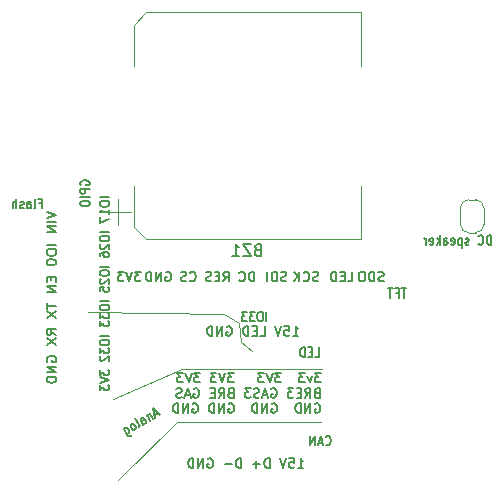
<source format=gbr>
G04 #@! TF.GenerationSoftware,KiCad,Pcbnew,(6.0.0)*
G04 #@! TF.CreationDate,2022-04-17T18:44:47+02:00*
G04 #@! TF.ProjectId,bobbycar,626f6262-7963-4617-922e-6b696361645f,rev?*
G04 #@! TF.SameCoordinates,Original*
G04 #@! TF.FileFunction,Legend,Bot*
G04 #@! TF.FilePolarity,Positive*
%FSLAX46Y46*%
G04 Gerber Fmt 4.6, Leading zero omitted, Abs format (unit mm)*
G04 Created by KiCad (PCBNEW (6.0.0)) date 2022-04-17 18:44:47*
%MOMM*%
%LPD*%
G01*
G04 APERTURE LIST*
%ADD10C,0.150000*%
%ADD11C,0.120000*%
G04 APERTURE END LIST*
D10*
X136666666Y-52761904D02*
X136666666Y-51961904D01*
X136500000Y-51961904D01*
X136400000Y-52000000D01*
X136333333Y-52076190D01*
X136300000Y-52152380D01*
X136266666Y-52304761D01*
X136266666Y-52419047D01*
X136300000Y-52571428D01*
X136333333Y-52647619D01*
X136400000Y-52723809D01*
X136500000Y-52761904D01*
X136666666Y-52761904D01*
X135566666Y-52685714D02*
X135600000Y-52723809D01*
X135700000Y-52761904D01*
X135766666Y-52761904D01*
X135866666Y-52723809D01*
X135933333Y-52647619D01*
X135966666Y-52571428D01*
X136000000Y-52419047D01*
X136000000Y-52304761D01*
X135966666Y-52152380D01*
X135933333Y-52076190D01*
X135866666Y-52000000D01*
X135766666Y-51961904D01*
X135700000Y-51961904D01*
X135600000Y-52000000D01*
X135566666Y-52038095D01*
X134766666Y-52723809D02*
X134700000Y-52761904D01*
X134566666Y-52761904D01*
X134500000Y-52723809D01*
X134466666Y-52647619D01*
X134466666Y-52609523D01*
X134500000Y-52533333D01*
X134566666Y-52495238D01*
X134666666Y-52495238D01*
X134733333Y-52457142D01*
X134766666Y-52380952D01*
X134766666Y-52342857D01*
X134733333Y-52266666D01*
X134666666Y-52228571D01*
X134566666Y-52228571D01*
X134500000Y-52266666D01*
X134166666Y-52228571D02*
X134166666Y-53028571D01*
X134166666Y-52266666D02*
X134100000Y-52228571D01*
X133966666Y-52228571D01*
X133900000Y-52266666D01*
X133866666Y-52304761D01*
X133833333Y-52380952D01*
X133833333Y-52609523D01*
X133866666Y-52685714D01*
X133900000Y-52723809D01*
X133966666Y-52761904D01*
X134100000Y-52761904D01*
X134166666Y-52723809D01*
X133266666Y-52723809D02*
X133333333Y-52761904D01*
X133466666Y-52761904D01*
X133533333Y-52723809D01*
X133566666Y-52647619D01*
X133566666Y-52342857D01*
X133533333Y-52266666D01*
X133466666Y-52228571D01*
X133333333Y-52228571D01*
X133266666Y-52266666D01*
X133233333Y-52342857D01*
X133233333Y-52419047D01*
X133566666Y-52495238D01*
X132633333Y-52761904D02*
X132633333Y-52342857D01*
X132666666Y-52266666D01*
X132733333Y-52228571D01*
X132866666Y-52228571D01*
X132933333Y-52266666D01*
X132633333Y-52723809D02*
X132700000Y-52761904D01*
X132866666Y-52761904D01*
X132933333Y-52723809D01*
X132966666Y-52647619D01*
X132966666Y-52571428D01*
X132933333Y-52495238D01*
X132866666Y-52457142D01*
X132700000Y-52457142D01*
X132633333Y-52419047D01*
X132300000Y-52761904D02*
X132300000Y-51961904D01*
X132233333Y-52457142D02*
X132033333Y-52761904D01*
X132033333Y-52228571D02*
X132300000Y-52533333D01*
X131466666Y-52723809D02*
X131533333Y-52761904D01*
X131666666Y-52761904D01*
X131733333Y-52723809D01*
X131766666Y-52647619D01*
X131766666Y-52342857D01*
X131733333Y-52266666D01*
X131666666Y-52228571D01*
X131533333Y-52228571D01*
X131466666Y-52266666D01*
X131433333Y-52342857D01*
X131433333Y-52419047D01*
X131766666Y-52495238D01*
X131133333Y-52761904D02*
X131133333Y-52228571D01*
X131133333Y-52380952D02*
X131100000Y-52304761D01*
X131066666Y-52266666D01*
X131000000Y-52228571D01*
X130933333Y-52228571D01*
D11*
X104675000Y-65825000D02*
X110450000Y-63250000D01*
X115500000Y-61000000D02*
X116400000Y-61800000D01*
X102500000Y-58500000D02*
X114000000Y-58600000D01*
X114000000Y-58600000D02*
X115300000Y-59400000D01*
X110100000Y-67800000D02*
X122250000Y-67800000D01*
X105050000Y-72650000D02*
X110100000Y-67800000D01*
X115300000Y-59400000D02*
X115500000Y-61000000D01*
X110450000Y-63250000D02*
X122300000Y-63250000D01*
D10*
X113995238Y-55861904D02*
X114261904Y-55480952D01*
X114452380Y-55861904D02*
X114452380Y-55061904D01*
X114147619Y-55061904D01*
X114071428Y-55100000D01*
X114033333Y-55138095D01*
X113995238Y-55214285D01*
X113995238Y-55328571D01*
X114033333Y-55404761D01*
X114071428Y-55442857D01*
X114147619Y-55480952D01*
X114452380Y-55480952D01*
X113652380Y-55442857D02*
X113385714Y-55442857D01*
X113271428Y-55861904D02*
X113652380Y-55861904D01*
X113652380Y-55061904D01*
X113271428Y-55061904D01*
X112966666Y-55823809D02*
X112852380Y-55861904D01*
X112661904Y-55861904D01*
X112585714Y-55823809D01*
X112547619Y-55785714D01*
X112509523Y-55709523D01*
X112509523Y-55633333D01*
X112547619Y-55557142D01*
X112585714Y-55519047D01*
X112661904Y-55480952D01*
X112814285Y-55442857D01*
X112890476Y-55404761D01*
X112928571Y-55366666D01*
X112966666Y-55290476D01*
X112966666Y-55214285D01*
X112928571Y-55138095D01*
X112890476Y-55100000D01*
X112814285Y-55061904D01*
X112623809Y-55061904D01*
X112509523Y-55100000D01*
X116609523Y-55861904D02*
X116609523Y-55061904D01*
X116419047Y-55061904D01*
X116304761Y-55100000D01*
X116228571Y-55176190D01*
X116190476Y-55252380D01*
X116152380Y-55404761D01*
X116152380Y-55519047D01*
X116190476Y-55671428D01*
X116228571Y-55747619D01*
X116304761Y-55823809D01*
X116419047Y-55861904D01*
X116609523Y-55861904D01*
X115352380Y-55785714D02*
X115390476Y-55823809D01*
X115504761Y-55861904D01*
X115580952Y-55861904D01*
X115695238Y-55823809D01*
X115771428Y-55747619D01*
X115809523Y-55671428D01*
X115847619Y-55519047D01*
X115847619Y-55404761D01*
X115809523Y-55252380D01*
X115771428Y-55176190D01*
X115695238Y-55100000D01*
X115580952Y-55061904D01*
X115504761Y-55061904D01*
X115390476Y-55100000D01*
X115352380Y-55138095D01*
X119319047Y-55823809D02*
X119204761Y-55861904D01*
X119014285Y-55861904D01*
X118938095Y-55823809D01*
X118900000Y-55785714D01*
X118861904Y-55709523D01*
X118861904Y-55633333D01*
X118900000Y-55557142D01*
X118938095Y-55519047D01*
X119014285Y-55480952D01*
X119166666Y-55442857D01*
X119242857Y-55404761D01*
X119280952Y-55366666D01*
X119319047Y-55290476D01*
X119319047Y-55214285D01*
X119280952Y-55138095D01*
X119242857Y-55100000D01*
X119166666Y-55061904D01*
X118976190Y-55061904D01*
X118861904Y-55100000D01*
X118519047Y-55861904D02*
X118519047Y-55061904D01*
X118328571Y-55061904D01*
X118214285Y-55100000D01*
X118138095Y-55176190D01*
X118100000Y-55252380D01*
X118061904Y-55404761D01*
X118061904Y-55519047D01*
X118100000Y-55671428D01*
X118138095Y-55747619D01*
X118214285Y-55823809D01*
X118328571Y-55861904D01*
X118519047Y-55861904D01*
X117719047Y-55861904D02*
X117719047Y-55061904D01*
X122028571Y-55823809D02*
X121914285Y-55861904D01*
X121723809Y-55861904D01*
X121647619Y-55823809D01*
X121609523Y-55785714D01*
X121571428Y-55709523D01*
X121571428Y-55633333D01*
X121609523Y-55557142D01*
X121647619Y-55519047D01*
X121723809Y-55480952D01*
X121876190Y-55442857D01*
X121952380Y-55404761D01*
X121990476Y-55366666D01*
X122028571Y-55290476D01*
X122028571Y-55214285D01*
X121990476Y-55138095D01*
X121952380Y-55100000D01*
X121876190Y-55061904D01*
X121685714Y-55061904D01*
X121571428Y-55100000D01*
X120771428Y-55785714D02*
X120809523Y-55823809D01*
X120923809Y-55861904D01*
X121000000Y-55861904D01*
X121114285Y-55823809D01*
X121190476Y-55747619D01*
X121228571Y-55671428D01*
X121266666Y-55519047D01*
X121266666Y-55404761D01*
X121228571Y-55252380D01*
X121190476Y-55176190D01*
X121114285Y-55100000D01*
X121000000Y-55061904D01*
X120923809Y-55061904D01*
X120809523Y-55100000D01*
X120771428Y-55138095D01*
X120428571Y-55861904D02*
X120428571Y-55061904D01*
X119971428Y-55861904D02*
X120314285Y-55404761D01*
X119971428Y-55061904D02*
X120428571Y-55519047D01*
X124514285Y-55861904D02*
X124895238Y-55861904D01*
X124895238Y-55061904D01*
X124247619Y-55442857D02*
X123980952Y-55442857D01*
X123866666Y-55861904D02*
X124247619Y-55861904D01*
X124247619Y-55061904D01*
X123866666Y-55061904D01*
X123523809Y-55861904D02*
X123523809Y-55061904D01*
X123333333Y-55061904D01*
X123219047Y-55100000D01*
X123142857Y-55176190D01*
X123104761Y-55252380D01*
X123066666Y-55404761D01*
X123066666Y-55519047D01*
X123104761Y-55671428D01*
X123142857Y-55747619D01*
X123219047Y-55823809D01*
X123333333Y-55861904D01*
X123523809Y-55861904D01*
X127547619Y-55823809D02*
X127433333Y-55861904D01*
X127242857Y-55861904D01*
X127166666Y-55823809D01*
X127128571Y-55785714D01*
X127090476Y-55709523D01*
X127090476Y-55633333D01*
X127128571Y-55557142D01*
X127166666Y-55519047D01*
X127242857Y-55480952D01*
X127395238Y-55442857D01*
X127471428Y-55404761D01*
X127509523Y-55366666D01*
X127547619Y-55290476D01*
X127547619Y-55214285D01*
X127509523Y-55138095D01*
X127471428Y-55100000D01*
X127395238Y-55061904D01*
X127204761Y-55061904D01*
X127090476Y-55100000D01*
X126747619Y-55861904D02*
X126747619Y-55061904D01*
X126557142Y-55061904D01*
X126442857Y-55100000D01*
X126366666Y-55176190D01*
X126328571Y-55252380D01*
X126290476Y-55404761D01*
X126290476Y-55519047D01*
X126328571Y-55671428D01*
X126366666Y-55747619D01*
X126442857Y-55823809D01*
X126557142Y-55861904D01*
X126747619Y-55861904D01*
X125795238Y-55061904D02*
X125642857Y-55061904D01*
X125566666Y-55100000D01*
X125490476Y-55176190D01*
X125452380Y-55328571D01*
X125452380Y-55595238D01*
X125490476Y-55747619D01*
X125566666Y-55823809D01*
X125642857Y-55861904D01*
X125795238Y-55861904D01*
X125871428Y-55823809D01*
X125947619Y-55747619D01*
X125985714Y-55595238D01*
X125985714Y-55328571D01*
X125947619Y-55176190D01*
X125871428Y-55100000D01*
X125795238Y-55061904D01*
X120295119Y-71661904D02*
X120752261Y-71661904D01*
X120523690Y-71661904D02*
X120523690Y-70861904D01*
X120599880Y-70976190D01*
X120676071Y-71052380D01*
X120752261Y-71090476D01*
X119571309Y-70861904D02*
X119952261Y-70861904D01*
X119990357Y-71242857D01*
X119952261Y-71204761D01*
X119876071Y-71166666D01*
X119685595Y-71166666D01*
X119609404Y-71204761D01*
X119571309Y-71242857D01*
X119533214Y-71319047D01*
X119533214Y-71509523D01*
X119571309Y-71585714D01*
X119609404Y-71623809D01*
X119685595Y-71661904D01*
X119876071Y-71661904D01*
X119952261Y-71623809D01*
X119990357Y-71585714D01*
X119304642Y-70861904D02*
X119037976Y-71661904D01*
X118771309Y-70861904D01*
X117895119Y-71661904D02*
X117895119Y-70861904D01*
X117704642Y-70861904D01*
X117590357Y-70900000D01*
X117514166Y-70976190D01*
X117476071Y-71052380D01*
X117437976Y-71204761D01*
X117437976Y-71319047D01*
X117476071Y-71471428D01*
X117514166Y-71547619D01*
X117590357Y-71623809D01*
X117704642Y-71661904D01*
X117895119Y-71661904D01*
X117095119Y-71357142D02*
X116485595Y-71357142D01*
X116790357Y-71661904D02*
X116790357Y-71052380D01*
X115495119Y-71661904D02*
X115495119Y-70861904D01*
X115304642Y-70861904D01*
X115190357Y-70900000D01*
X115114166Y-70976190D01*
X115076071Y-71052380D01*
X115037976Y-71204761D01*
X115037976Y-71319047D01*
X115076071Y-71471428D01*
X115114166Y-71547619D01*
X115190357Y-71623809D01*
X115304642Y-71661904D01*
X115495119Y-71661904D01*
X114695119Y-71357142D02*
X114085595Y-71357142D01*
X112676071Y-70900000D02*
X112752261Y-70861904D01*
X112866547Y-70861904D01*
X112980833Y-70900000D01*
X113057023Y-70976190D01*
X113095119Y-71052380D01*
X113133214Y-71204761D01*
X113133214Y-71319047D01*
X113095119Y-71471428D01*
X113057023Y-71547619D01*
X112980833Y-71623809D01*
X112866547Y-71661904D01*
X112790357Y-71661904D01*
X112676071Y-71623809D01*
X112637976Y-71585714D01*
X112637976Y-71319047D01*
X112790357Y-71319047D01*
X112295119Y-71661904D02*
X112295119Y-70861904D01*
X111837976Y-71661904D01*
X111837976Y-70861904D01*
X111457023Y-71661904D02*
X111457023Y-70861904D01*
X111266547Y-70861904D01*
X111152261Y-70900000D01*
X111076071Y-70976190D01*
X111037976Y-71052380D01*
X110999880Y-71204761D01*
X110999880Y-71319047D01*
X111037976Y-71471428D01*
X111076071Y-71547619D01*
X111152261Y-71623809D01*
X111266547Y-71661904D01*
X111457023Y-71661904D01*
X111133333Y-55785714D02*
X111171428Y-55823809D01*
X111285714Y-55861904D01*
X111361904Y-55861904D01*
X111476190Y-55823809D01*
X111552380Y-55747619D01*
X111590476Y-55671428D01*
X111628571Y-55519047D01*
X111628571Y-55404761D01*
X111590476Y-55252380D01*
X111552380Y-55176190D01*
X111476190Y-55100000D01*
X111361904Y-55061904D01*
X111285714Y-55061904D01*
X111171428Y-55100000D01*
X111133333Y-55138095D01*
X110828571Y-55823809D02*
X110714285Y-55861904D01*
X110523809Y-55861904D01*
X110447619Y-55823809D01*
X110409523Y-55785714D01*
X110371428Y-55709523D01*
X110371428Y-55633333D01*
X110409523Y-55557142D01*
X110447619Y-55519047D01*
X110523809Y-55480952D01*
X110676190Y-55442857D01*
X110752380Y-55404761D01*
X110790476Y-55366666D01*
X110828571Y-55290476D01*
X110828571Y-55214285D01*
X110790476Y-55138095D01*
X110752380Y-55100000D01*
X110676190Y-55061904D01*
X110485714Y-55061904D01*
X110371428Y-55100000D01*
X106990476Y-55061904D02*
X106495238Y-55061904D01*
X106761904Y-55366666D01*
X106647619Y-55366666D01*
X106571428Y-55404761D01*
X106533333Y-55442857D01*
X106495238Y-55519047D01*
X106495238Y-55709523D01*
X106533333Y-55785714D01*
X106571428Y-55823809D01*
X106647619Y-55861904D01*
X106876190Y-55861904D01*
X106952380Y-55823809D01*
X106990476Y-55785714D01*
X106266666Y-55061904D02*
X106000000Y-55861904D01*
X105733333Y-55061904D01*
X105542857Y-55061904D02*
X105047619Y-55061904D01*
X105314285Y-55366666D01*
X105200000Y-55366666D01*
X105123809Y-55404761D01*
X105085714Y-55442857D01*
X105047619Y-55519047D01*
X105047619Y-55709523D01*
X105085714Y-55785714D01*
X105123809Y-55823809D01*
X105200000Y-55861904D01*
X105428571Y-55861904D01*
X105504761Y-55823809D01*
X105542857Y-55785714D01*
X119876071Y-60461904D02*
X120333214Y-60461904D01*
X120104642Y-60461904D02*
X120104642Y-59661904D01*
X120180833Y-59776190D01*
X120257023Y-59852380D01*
X120333214Y-59890476D01*
X119152261Y-59661904D02*
X119533214Y-59661904D01*
X119571309Y-60042857D01*
X119533214Y-60004761D01*
X119457023Y-59966666D01*
X119266547Y-59966666D01*
X119190357Y-60004761D01*
X119152261Y-60042857D01*
X119114166Y-60119047D01*
X119114166Y-60309523D01*
X119152261Y-60385714D01*
X119190357Y-60423809D01*
X119266547Y-60461904D01*
X119457023Y-60461904D01*
X119533214Y-60423809D01*
X119571309Y-60385714D01*
X118885595Y-59661904D02*
X118618928Y-60461904D01*
X118352261Y-59661904D01*
X117095119Y-60461904D02*
X117476071Y-60461904D01*
X117476071Y-59661904D01*
X116828452Y-60042857D02*
X116561785Y-60042857D01*
X116447500Y-60461904D02*
X116828452Y-60461904D01*
X116828452Y-59661904D01*
X116447500Y-59661904D01*
X116104642Y-60461904D02*
X116104642Y-59661904D01*
X115914166Y-59661904D01*
X115799880Y-59700000D01*
X115723690Y-59776190D01*
X115685595Y-59852380D01*
X115647500Y-60004761D01*
X115647500Y-60119047D01*
X115685595Y-60271428D01*
X115723690Y-60347619D01*
X115799880Y-60423809D01*
X115914166Y-60461904D01*
X116104642Y-60461904D01*
X114276071Y-59700000D02*
X114352261Y-59661904D01*
X114466547Y-59661904D01*
X114580833Y-59700000D01*
X114657023Y-59776190D01*
X114695119Y-59852380D01*
X114733214Y-60004761D01*
X114733214Y-60119047D01*
X114695119Y-60271428D01*
X114657023Y-60347619D01*
X114580833Y-60423809D01*
X114466547Y-60461904D01*
X114390357Y-60461904D01*
X114276071Y-60423809D01*
X114237976Y-60385714D01*
X114237976Y-60119047D01*
X114390357Y-60119047D01*
X113895119Y-60461904D02*
X113895119Y-59661904D01*
X113437976Y-60461904D01*
X113437976Y-59661904D01*
X113057023Y-60461904D02*
X113057023Y-59661904D01*
X112866547Y-59661904D01*
X112752261Y-59700000D01*
X112676071Y-59776190D01*
X112637976Y-59852380D01*
X112599880Y-60004761D01*
X112599880Y-60119047D01*
X112637976Y-60271428D01*
X112676071Y-60347619D01*
X112752261Y-60423809D01*
X112866547Y-60461904D01*
X113057023Y-60461904D01*
X117633333Y-59261904D02*
X117633333Y-58461904D01*
X117166666Y-58461904D02*
X117033333Y-58461904D01*
X116966666Y-58500000D01*
X116900000Y-58576190D01*
X116866666Y-58728571D01*
X116866666Y-58995238D01*
X116900000Y-59147619D01*
X116966666Y-59223809D01*
X117033333Y-59261904D01*
X117166666Y-59261904D01*
X117233333Y-59223809D01*
X117300000Y-59147619D01*
X117333333Y-58995238D01*
X117333333Y-58728571D01*
X117300000Y-58576190D01*
X117233333Y-58500000D01*
X117166666Y-58461904D01*
X116633333Y-58461904D02*
X116200000Y-58461904D01*
X116433333Y-58766666D01*
X116333333Y-58766666D01*
X116266666Y-58804761D01*
X116233333Y-58842857D01*
X116200000Y-58919047D01*
X116200000Y-59109523D01*
X116233333Y-59185714D01*
X116266666Y-59223809D01*
X116333333Y-59261904D01*
X116533333Y-59261904D01*
X116600000Y-59223809D01*
X116633333Y-59185714D01*
X115966666Y-58461904D02*
X115533333Y-58461904D01*
X115766666Y-58766666D01*
X115666666Y-58766666D01*
X115600000Y-58804761D01*
X115566666Y-58842857D01*
X115533333Y-58919047D01*
X115533333Y-59109523D01*
X115566666Y-59185714D01*
X115600000Y-59223809D01*
X115666666Y-59261904D01*
X115866666Y-59261904D01*
X115933333Y-59223809D01*
X115966666Y-59185714D01*
X122650000Y-69685714D02*
X122683333Y-69723809D01*
X122783333Y-69761904D01*
X122850000Y-69761904D01*
X122950000Y-69723809D01*
X123016666Y-69647619D01*
X123050000Y-69571428D01*
X123083333Y-69419047D01*
X123083333Y-69304761D01*
X123050000Y-69152380D01*
X123016666Y-69076190D01*
X122950000Y-69000000D01*
X122850000Y-68961904D01*
X122783333Y-68961904D01*
X122683333Y-69000000D01*
X122650000Y-69038095D01*
X122383333Y-69533333D02*
X122050000Y-69533333D01*
X122450000Y-69761904D02*
X122216666Y-68961904D01*
X121983333Y-69761904D01*
X121750000Y-69761904D02*
X121750000Y-68961904D01*
X121350000Y-69761904D01*
X121350000Y-68961904D01*
X99011904Y-49964285D02*
X99811904Y-50247619D01*
X99011904Y-50530952D01*
X99811904Y-50814285D02*
X99011904Y-50814285D01*
X99811904Y-51219047D02*
X99011904Y-51219047D01*
X99811904Y-51704761D01*
X99011904Y-51704761D01*
X99811904Y-52757142D02*
X99011904Y-52757142D01*
X99011904Y-53323809D02*
X99011904Y-53485714D01*
X99050000Y-53566666D01*
X99126190Y-53647619D01*
X99278571Y-53688095D01*
X99545238Y-53688095D01*
X99697619Y-53647619D01*
X99773809Y-53566666D01*
X99811904Y-53485714D01*
X99811904Y-53323809D01*
X99773809Y-53242857D01*
X99697619Y-53161904D01*
X99545238Y-53121428D01*
X99278571Y-53121428D01*
X99126190Y-53161904D01*
X99050000Y-53242857D01*
X99011904Y-53323809D01*
X99011904Y-54214285D02*
X99011904Y-54295238D01*
X99050000Y-54376190D01*
X99088095Y-54416666D01*
X99164285Y-54457142D01*
X99316666Y-54497619D01*
X99507142Y-54497619D01*
X99659523Y-54457142D01*
X99735714Y-54416666D01*
X99773809Y-54376190D01*
X99811904Y-54295238D01*
X99811904Y-54214285D01*
X99773809Y-54133333D01*
X99735714Y-54092857D01*
X99659523Y-54052380D01*
X99507142Y-54011904D01*
X99316666Y-54011904D01*
X99164285Y-54052380D01*
X99088095Y-54092857D01*
X99050000Y-54133333D01*
X99011904Y-54214285D01*
X99392857Y-55509523D02*
X99392857Y-55792857D01*
X99811904Y-55914285D02*
X99811904Y-55509523D01*
X99011904Y-55509523D01*
X99011904Y-55914285D01*
X99811904Y-56278571D02*
X99011904Y-56278571D01*
X99811904Y-56764285D01*
X99011904Y-56764285D01*
X99011904Y-57695238D02*
X99011904Y-58180952D01*
X99811904Y-57938095D02*
X99011904Y-57938095D01*
X99011904Y-58383333D02*
X99811904Y-58950000D01*
X99011904Y-58950000D02*
X99811904Y-58383333D01*
X99811904Y-60407142D02*
X99430952Y-60123809D01*
X99811904Y-59921428D02*
X99011904Y-59921428D01*
X99011904Y-60245238D01*
X99050000Y-60326190D01*
X99088095Y-60366666D01*
X99164285Y-60407142D01*
X99278571Y-60407142D01*
X99354761Y-60366666D01*
X99392857Y-60326190D01*
X99430952Y-60245238D01*
X99430952Y-59921428D01*
X99011904Y-60690476D02*
X99811904Y-61257142D01*
X99011904Y-61257142D02*
X99811904Y-60690476D01*
X99050000Y-62673809D02*
X99011904Y-62592857D01*
X99011904Y-62471428D01*
X99050000Y-62350000D01*
X99126190Y-62269047D01*
X99202380Y-62228571D01*
X99354761Y-62188095D01*
X99469047Y-62188095D01*
X99621428Y-62228571D01*
X99697619Y-62269047D01*
X99773809Y-62350000D01*
X99811904Y-62471428D01*
X99811904Y-62552380D01*
X99773809Y-62673809D01*
X99735714Y-62714285D01*
X99469047Y-62714285D01*
X99469047Y-62552380D01*
X99811904Y-63078571D02*
X99011904Y-63078571D01*
X99811904Y-63564285D01*
X99011904Y-63564285D01*
X99811904Y-63969047D02*
X99011904Y-63969047D01*
X99011904Y-64171428D01*
X99050000Y-64292857D01*
X99126190Y-64373809D01*
X99202380Y-64414285D01*
X99354761Y-64454761D01*
X99469047Y-64454761D01*
X99621428Y-64414285D01*
X99697619Y-64373809D01*
X99773809Y-64292857D01*
X99811904Y-64171428D01*
X99811904Y-63969047D01*
X108466741Y-67007136D02*
X108178065Y-67173803D01*
X108638761Y-67171752D02*
X108036689Y-66595598D01*
X108234616Y-67405085D01*
X107765877Y-67059871D02*
X108032544Y-67521752D01*
X107803972Y-67125854D02*
X107756057Y-67109529D01*
X107679274Y-67109871D01*
X107592672Y-67159871D01*
X107553984Y-67226196D01*
X107563212Y-67308846D01*
X107772736Y-67671752D01*
X107224253Y-67988418D02*
X107014729Y-67625512D01*
X107005502Y-67542863D01*
X107044189Y-67476538D01*
X107159659Y-67409871D01*
X107236442Y-67409529D01*
X107205206Y-67955427D02*
X107281988Y-67955085D01*
X107426326Y-67871752D01*
X107465013Y-67805427D01*
X107455785Y-67722777D01*
X107417690Y-67656794D01*
X107350727Y-67607478D01*
X107273945Y-67607820D01*
X107129607Y-67691153D01*
X107052825Y-67691495D01*
X106848975Y-68205085D02*
X106887663Y-68138760D01*
X106878435Y-68056111D01*
X106535578Y-67462265D01*
X106531433Y-68388418D02*
X106570120Y-68322093D01*
X106579940Y-68272435D01*
X106570712Y-68189786D01*
X106456427Y-67991837D01*
X106389464Y-67942521D01*
X106341549Y-67926196D01*
X106264766Y-67926538D01*
X106178164Y-67976538D01*
X106139476Y-68042863D01*
X106129656Y-68092521D01*
X106138884Y-68175170D01*
X106253170Y-68373119D01*
X106320133Y-68422435D01*
X106368048Y-68438760D01*
X106444830Y-68438418D01*
X106531433Y-68388418D01*
X105543078Y-68343205D02*
X105866888Y-68904059D01*
X105933851Y-68953375D01*
X105981766Y-68969700D01*
X106058548Y-68969358D01*
X106145151Y-68919358D01*
X106183838Y-68853034D01*
X105790697Y-68772093D02*
X105867480Y-68771752D01*
X105982950Y-68705085D01*
X106021637Y-68638760D01*
X106031457Y-68589102D01*
X106022230Y-68506452D01*
X105907944Y-68308504D01*
X105840981Y-68259188D01*
X105793066Y-68242863D01*
X105716283Y-68243205D01*
X105600813Y-68309871D01*
X105562126Y-68376196D01*
X129466666Y-56461904D02*
X129066666Y-56461904D01*
X129266666Y-57261904D02*
X129266666Y-56461904D01*
X128600000Y-56842857D02*
X128833333Y-56842857D01*
X128833333Y-57261904D02*
X128833333Y-56461904D01*
X128500000Y-56461904D01*
X128333333Y-56461904D02*
X127933333Y-56461904D01*
X128133333Y-57261904D02*
X128133333Y-56461904D01*
X98400000Y-49242857D02*
X98633333Y-49242857D01*
X98633333Y-49661904D02*
X98633333Y-48861904D01*
X98300000Y-48861904D01*
X97933333Y-49661904D02*
X98000000Y-49623809D01*
X98033333Y-49547619D01*
X98033333Y-48861904D01*
X97366666Y-49661904D02*
X97366666Y-49242857D01*
X97400000Y-49166666D01*
X97466666Y-49128571D01*
X97600000Y-49128571D01*
X97666666Y-49166666D01*
X97366666Y-49623809D02*
X97433333Y-49661904D01*
X97600000Y-49661904D01*
X97666666Y-49623809D01*
X97700000Y-49547619D01*
X97700000Y-49471428D01*
X97666666Y-49395238D01*
X97600000Y-49357142D01*
X97433333Y-49357142D01*
X97366666Y-49319047D01*
X97066666Y-49623809D02*
X97000000Y-49661904D01*
X96866666Y-49661904D01*
X96800000Y-49623809D01*
X96766666Y-49547619D01*
X96766666Y-49509523D01*
X96800000Y-49433333D01*
X96866666Y-49395238D01*
X96966666Y-49395238D01*
X97033333Y-49357142D01*
X97066666Y-49280952D01*
X97066666Y-49242857D01*
X97033333Y-49166666D01*
X96966666Y-49128571D01*
X96866666Y-49128571D01*
X96800000Y-49166666D01*
X96466666Y-49661904D02*
X96466666Y-48861904D01*
X96166666Y-49661904D02*
X96166666Y-49242857D01*
X96200000Y-49166666D01*
X96266666Y-49128571D01*
X96366666Y-49128571D01*
X96433333Y-49166666D01*
X96466666Y-49204761D01*
X109109523Y-55100000D02*
X109185714Y-55061904D01*
X109300000Y-55061904D01*
X109414285Y-55100000D01*
X109490476Y-55176190D01*
X109528571Y-55252380D01*
X109566666Y-55404761D01*
X109566666Y-55519047D01*
X109528571Y-55671428D01*
X109490476Y-55747619D01*
X109414285Y-55823809D01*
X109300000Y-55861904D01*
X109223809Y-55861904D01*
X109109523Y-55823809D01*
X109071428Y-55785714D01*
X109071428Y-55519047D01*
X109223809Y-55519047D01*
X108728571Y-55861904D02*
X108728571Y-55061904D01*
X108271428Y-55861904D01*
X108271428Y-55061904D01*
X107890476Y-55861904D02*
X107890476Y-55061904D01*
X107700000Y-55061904D01*
X107585714Y-55100000D01*
X107509523Y-55176190D01*
X107471428Y-55252380D01*
X107433333Y-55404761D01*
X107433333Y-55519047D01*
X107471428Y-55671428D01*
X107509523Y-55747619D01*
X107585714Y-55823809D01*
X107700000Y-55861904D01*
X107890476Y-55861904D01*
X101900000Y-47700000D02*
X101861904Y-47633333D01*
X101861904Y-47533333D01*
X101900000Y-47433333D01*
X101976190Y-47366666D01*
X102052380Y-47333333D01*
X102204761Y-47300000D01*
X102319047Y-47300000D01*
X102471428Y-47333333D01*
X102547619Y-47366666D01*
X102623809Y-47433333D01*
X102661904Y-47533333D01*
X102661904Y-47600000D01*
X102623809Y-47700000D01*
X102585714Y-47733333D01*
X102319047Y-47733333D01*
X102319047Y-47600000D01*
X102661904Y-48033333D02*
X101861904Y-48033333D01*
X101861904Y-48300000D01*
X101900000Y-48366666D01*
X101938095Y-48400000D01*
X102014285Y-48433333D01*
X102128571Y-48433333D01*
X102204761Y-48400000D01*
X102242857Y-48366666D01*
X102280952Y-48300000D01*
X102280952Y-48033333D01*
X102661904Y-48733333D02*
X101861904Y-48733333D01*
X101861904Y-49200000D02*
X101861904Y-49333333D01*
X101900000Y-49400000D01*
X101976190Y-49466666D01*
X102128571Y-49500000D01*
X102395238Y-49500000D01*
X102547619Y-49466666D01*
X102623809Y-49400000D01*
X102661904Y-49333333D01*
X102661904Y-49200000D01*
X102623809Y-49133333D01*
X102547619Y-49066666D01*
X102395238Y-49033333D01*
X102128571Y-49033333D01*
X101976190Y-49066666D01*
X101900000Y-49133333D01*
X101861904Y-49200000D01*
X104311904Y-48766666D02*
X103511904Y-48766666D01*
X103511904Y-49233333D02*
X103511904Y-49366666D01*
X103550000Y-49433333D01*
X103626190Y-49500000D01*
X103778571Y-49533333D01*
X104045238Y-49533333D01*
X104197619Y-49500000D01*
X104273809Y-49433333D01*
X104311904Y-49366666D01*
X104311904Y-49233333D01*
X104273809Y-49166666D01*
X104197619Y-49100000D01*
X104045238Y-49066666D01*
X103778571Y-49066666D01*
X103626190Y-49100000D01*
X103550000Y-49166666D01*
X103511904Y-49233333D01*
X104311904Y-50200000D02*
X104311904Y-49800000D01*
X104311904Y-50000000D02*
X103511904Y-50000000D01*
X103626190Y-49933333D01*
X103702380Y-49866666D01*
X103740476Y-49800000D01*
X103511904Y-50433333D02*
X103511904Y-50900000D01*
X104311904Y-50600000D01*
X104311904Y-51700000D02*
X103511904Y-51700000D01*
X103511904Y-52166666D02*
X103511904Y-52300000D01*
X103550000Y-52366666D01*
X103626190Y-52433333D01*
X103778571Y-52466666D01*
X104045238Y-52466666D01*
X104197619Y-52433333D01*
X104273809Y-52366666D01*
X104311904Y-52300000D01*
X104311904Y-52166666D01*
X104273809Y-52100000D01*
X104197619Y-52033333D01*
X104045238Y-52000000D01*
X103778571Y-52000000D01*
X103626190Y-52033333D01*
X103550000Y-52100000D01*
X103511904Y-52166666D01*
X103588095Y-52733333D02*
X103550000Y-52766666D01*
X103511904Y-52833333D01*
X103511904Y-53000000D01*
X103550000Y-53066666D01*
X103588095Y-53100000D01*
X103664285Y-53133333D01*
X103740476Y-53133333D01*
X103854761Y-53100000D01*
X104311904Y-52700000D01*
X104311904Y-53133333D01*
X103511904Y-53733333D02*
X103511904Y-53600000D01*
X103550000Y-53533333D01*
X103588095Y-53500000D01*
X103702380Y-53433333D01*
X103854761Y-53400000D01*
X104159523Y-53400000D01*
X104235714Y-53433333D01*
X104273809Y-53466666D01*
X104311904Y-53533333D01*
X104311904Y-53666666D01*
X104273809Y-53733333D01*
X104235714Y-53766666D01*
X104159523Y-53800000D01*
X103969047Y-53800000D01*
X103892857Y-53766666D01*
X103854761Y-53733333D01*
X103816666Y-53666666D01*
X103816666Y-53533333D01*
X103854761Y-53466666D01*
X103892857Y-53433333D01*
X103969047Y-53400000D01*
X104311904Y-54633333D02*
X103511904Y-54633333D01*
X103511904Y-55100000D02*
X103511904Y-55233333D01*
X103550000Y-55300000D01*
X103626190Y-55366666D01*
X103778571Y-55400000D01*
X104045238Y-55400000D01*
X104197619Y-55366666D01*
X104273809Y-55300000D01*
X104311904Y-55233333D01*
X104311904Y-55100000D01*
X104273809Y-55033333D01*
X104197619Y-54966666D01*
X104045238Y-54933333D01*
X103778571Y-54933333D01*
X103626190Y-54966666D01*
X103550000Y-55033333D01*
X103511904Y-55100000D01*
X103588095Y-55666666D02*
X103550000Y-55700000D01*
X103511904Y-55766666D01*
X103511904Y-55933333D01*
X103550000Y-56000000D01*
X103588095Y-56033333D01*
X103664285Y-56066666D01*
X103740476Y-56066666D01*
X103854761Y-56033333D01*
X104311904Y-55633333D01*
X104311904Y-56066666D01*
X103511904Y-56700000D02*
X103511904Y-56366666D01*
X103892857Y-56333333D01*
X103854761Y-56366666D01*
X103816666Y-56433333D01*
X103816666Y-56600000D01*
X103854761Y-56666666D01*
X103892857Y-56700000D01*
X103969047Y-56733333D01*
X104159523Y-56733333D01*
X104235714Y-56700000D01*
X104273809Y-56666666D01*
X104311904Y-56600000D01*
X104311904Y-56433333D01*
X104273809Y-56366666D01*
X104235714Y-56333333D01*
X104311904Y-57566666D02*
X103511904Y-57566666D01*
X103511904Y-58033333D02*
X103511904Y-58166666D01*
X103550000Y-58233333D01*
X103626190Y-58300000D01*
X103778571Y-58333333D01*
X104045238Y-58333333D01*
X104197619Y-58300000D01*
X104273809Y-58233333D01*
X104311904Y-58166666D01*
X104311904Y-58033333D01*
X104273809Y-57966666D01*
X104197619Y-57900000D01*
X104045238Y-57866666D01*
X103778571Y-57866666D01*
X103626190Y-57900000D01*
X103550000Y-57966666D01*
X103511904Y-58033333D01*
X103511904Y-58566666D02*
X103511904Y-59000000D01*
X103816666Y-58766666D01*
X103816666Y-58866666D01*
X103854761Y-58933333D01*
X103892857Y-58966666D01*
X103969047Y-59000000D01*
X104159523Y-59000000D01*
X104235714Y-58966666D01*
X104273809Y-58933333D01*
X104311904Y-58866666D01*
X104311904Y-58666666D01*
X104273809Y-58600000D01*
X104235714Y-58566666D01*
X103511904Y-59233333D02*
X103511904Y-59666666D01*
X103816666Y-59433333D01*
X103816666Y-59533333D01*
X103854761Y-59600000D01*
X103892857Y-59633333D01*
X103969047Y-59666666D01*
X104159523Y-59666666D01*
X104235714Y-59633333D01*
X104273809Y-59600000D01*
X104311904Y-59533333D01*
X104311904Y-59333333D01*
X104273809Y-59266666D01*
X104235714Y-59233333D01*
X104311904Y-60500000D02*
X103511904Y-60500000D01*
X103511904Y-60966666D02*
X103511904Y-61100000D01*
X103550000Y-61166666D01*
X103626190Y-61233333D01*
X103778571Y-61266666D01*
X104045238Y-61266666D01*
X104197619Y-61233333D01*
X104273809Y-61166666D01*
X104311904Y-61100000D01*
X104311904Y-60966666D01*
X104273809Y-60900000D01*
X104197619Y-60833333D01*
X104045238Y-60800000D01*
X103778571Y-60800000D01*
X103626190Y-60833333D01*
X103550000Y-60900000D01*
X103511904Y-60966666D01*
X103511904Y-61500000D02*
X103511904Y-61933333D01*
X103816666Y-61700000D01*
X103816666Y-61800000D01*
X103854761Y-61866666D01*
X103892857Y-61900000D01*
X103969047Y-61933333D01*
X104159523Y-61933333D01*
X104235714Y-61900000D01*
X104273809Y-61866666D01*
X104311904Y-61800000D01*
X104311904Y-61600000D01*
X104273809Y-61533333D01*
X104235714Y-61500000D01*
X103588095Y-62200000D02*
X103550000Y-62233333D01*
X103511904Y-62300000D01*
X103511904Y-62466666D01*
X103550000Y-62533333D01*
X103588095Y-62566666D01*
X103664285Y-62600000D01*
X103740476Y-62600000D01*
X103854761Y-62566666D01*
X104311904Y-62166666D01*
X104311904Y-62600000D01*
X103511904Y-63366666D02*
X103511904Y-63800000D01*
X103816666Y-63566666D01*
X103816666Y-63666666D01*
X103854761Y-63733333D01*
X103892857Y-63766666D01*
X103969047Y-63800000D01*
X104159523Y-63800000D01*
X104235714Y-63766666D01*
X104273809Y-63733333D01*
X104311904Y-63666666D01*
X104311904Y-63466666D01*
X104273809Y-63400000D01*
X104235714Y-63366666D01*
X103511904Y-64000000D02*
X104311904Y-64233333D01*
X103511904Y-64466666D01*
X103511904Y-64633333D02*
X103511904Y-65066666D01*
X103816666Y-64833333D01*
X103816666Y-64933333D01*
X103854761Y-65000000D01*
X103892857Y-65033333D01*
X103969047Y-65066666D01*
X104159523Y-65066666D01*
X104235714Y-65033333D01*
X104273809Y-65000000D01*
X104311904Y-64933333D01*
X104311904Y-64733333D01*
X104273809Y-64666666D01*
X104235714Y-64633333D01*
X122238214Y-63623904D02*
X121742976Y-63623904D01*
X122009642Y-63928666D01*
X121895357Y-63928666D01*
X121819166Y-63966761D01*
X121781071Y-64004857D01*
X121742976Y-64081047D01*
X121742976Y-64271523D01*
X121781071Y-64347714D01*
X121819166Y-64385809D01*
X121895357Y-64423904D01*
X122123928Y-64423904D01*
X122200119Y-64385809D01*
X122238214Y-64347714D01*
X121476309Y-63890571D02*
X121285833Y-64423904D01*
X121095357Y-63890571D01*
X120866785Y-63623904D02*
X120371547Y-63623904D01*
X120638214Y-63928666D01*
X120523928Y-63928666D01*
X120447738Y-63966761D01*
X120409642Y-64004857D01*
X120371547Y-64081047D01*
X120371547Y-64271523D01*
X120409642Y-64347714D01*
X120447738Y-64385809D01*
X120523928Y-64423904D01*
X120752500Y-64423904D01*
X120828690Y-64385809D01*
X120866785Y-64347714D01*
X118885833Y-63623904D02*
X118390595Y-63623904D01*
X118657261Y-63928666D01*
X118542976Y-63928666D01*
X118466785Y-63966761D01*
X118428690Y-64004857D01*
X118390595Y-64081047D01*
X118390595Y-64271523D01*
X118428690Y-64347714D01*
X118466785Y-64385809D01*
X118542976Y-64423904D01*
X118771547Y-64423904D01*
X118847738Y-64385809D01*
X118885833Y-64347714D01*
X118162023Y-63623904D02*
X117895357Y-64423904D01*
X117628690Y-63623904D01*
X117438214Y-63623904D02*
X116942976Y-63623904D01*
X117209642Y-63928666D01*
X117095357Y-63928666D01*
X117019166Y-63966761D01*
X116981071Y-64004857D01*
X116942976Y-64081047D01*
X116942976Y-64271523D01*
X116981071Y-64347714D01*
X117019166Y-64385809D01*
X117095357Y-64423904D01*
X117323928Y-64423904D01*
X117400119Y-64385809D01*
X117438214Y-64347714D01*
X114847738Y-63623904D02*
X114352500Y-63623904D01*
X114619166Y-63928666D01*
X114504880Y-63928666D01*
X114428690Y-63966761D01*
X114390595Y-64004857D01*
X114352500Y-64081047D01*
X114352500Y-64271523D01*
X114390595Y-64347714D01*
X114428690Y-64385809D01*
X114504880Y-64423904D01*
X114733452Y-64423904D01*
X114809642Y-64385809D01*
X114847738Y-64347714D01*
X114123928Y-63623904D02*
X113857261Y-64423904D01*
X113590595Y-63623904D01*
X113400119Y-63623904D02*
X112904880Y-63623904D01*
X113171547Y-63928666D01*
X113057261Y-63928666D01*
X112981071Y-63966761D01*
X112942976Y-64004857D01*
X112904880Y-64081047D01*
X112904880Y-64271523D01*
X112942976Y-64347714D01*
X112981071Y-64385809D01*
X113057261Y-64423904D01*
X113285833Y-64423904D01*
X113362023Y-64385809D01*
X113400119Y-64347714D01*
X112028690Y-63623904D02*
X111533452Y-63623904D01*
X111800119Y-63928666D01*
X111685833Y-63928666D01*
X111609642Y-63966761D01*
X111571547Y-64004857D01*
X111533452Y-64081047D01*
X111533452Y-64271523D01*
X111571547Y-64347714D01*
X111609642Y-64385809D01*
X111685833Y-64423904D01*
X111914404Y-64423904D01*
X111990595Y-64385809D01*
X112028690Y-64347714D01*
X111304880Y-63623904D02*
X111038214Y-64423904D01*
X110771547Y-63623904D01*
X110581071Y-63623904D02*
X110085833Y-63623904D01*
X110352500Y-63928666D01*
X110238214Y-63928666D01*
X110162023Y-63966761D01*
X110123928Y-64004857D01*
X110085833Y-64081047D01*
X110085833Y-64271523D01*
X110123928Y-64347714D01*
X110162023Y-64385809D01*
X110238214Y-64423904D01*
X110466785Y-64423904D01*
X110542976Y-64385809D01*
X110581071Y-64347714D01*
X121895357Y-65292857D02*
X121781071Y-65330952D01*
X121742976Y-65369047D01*
X121704880Y-65445238D01*
X121704880Y-65559523D01*
X121742976Y-65635714D01*
X121781071Y-65673809D01*
X121857261Y-65711904D01*
X122162023Y-65711904D01*
X122162023Y-64911904D01*
X121895357Y-64911904D01*
X121819166Y-64950000D01*
X121781071Y-64988095D01*
X121742976Y-65064285D01*
X121742976Y-65140476D01*
X121781071Y-65216666D01*
X121819166Y-65254761D01*
X121895357Y-65292857D01*
X122162023Y-65292857D01*
X120904880Y-65711904D02*
X121171547Y-65330952D01*
X121362023Y-65711904D02*
X121362023Y-64911904D01*
X121057261Y-64911904D01*
X120981071Y-64950000D01*
X120942976Y-64988095D01*
X120904880Y-65064285D01*
X120904880Y-65178571D01*
X120942976Y-65254761D01*
X120981071Y-65292857D01*
X121057261Y-65330952D01*
X121362023Y-65330952D01*
X120562023Y-65292857D02*
X120295357Y-65292857D01*
X120181071Y-65711904D02*
X120562023Y-65711904D01*
X120562023Y-64911904D01*
X120181071Y-64911904D01*
X119914404Y-64911904D02*
X119419166Y-64911904D01*
X119685833Y-65216666D01*
X119571547Y-65216666D01*
X119495357Y-65254761D01*
X119457261Y-65292857D01*
X119419166Y-65369047D01*
X119419166Y-65559523D01*
X119457261Y-65635714D01*
X119495357Y-65673809D01*
X119571547Y-65711904D01*
X119800119Y-65711904D01*
X119876309Y-65673809D01*
X119914404Y-65635714D01*
X118047738Y-64950000D02*
X118123928Y-64911904D01*
X118238214Y-64911904D01*
X118352500Y-64950000D01*
X118428690Y-65026190D01*
X118466785Y-65102380D01*
X118504880Y-65254761D01*
X118504880Y-65369047D01*
X118466785Y-65521428D01*
X118428690Y-65597619D01*
X118352500Y-65673809D01*
X118238214Y-65711904D01*
X118162023Y-65711904D01*
X118047738Y-65673809D01*
X118009642Y-65635714D01*
X118009642Y-65369047D01*
X118162023Y-65369047D01*
X117704880Y-65483333D02*
X117323928Y-65483333D01*
X117781071Y-65711904D02*
X117514404Y-64911904D01*
X117247738Y-65711904D01*
X117019166Y-65673809D02*
X116904880Y-65711904D01*
X116714404Y-65711904D01*
X116638214Y-65673809D01*
X116600119Y-65635714D01*
X116562023Y-65559523D01*
X116562023Y-65483333D01*
X116600119Y-65407142D01*
X116638214Y-65369047D01*
X116714404Y-65330952D01*
X116866785Y-65292857D01*
X116942976Y-65254761D01*
X116981071Y-65216666D01*
X117019166Y-65140476D01*
X117019166Y-65064285D01*
X116981071Y-64988095D01*
X116942976Y-64950000D01*
X116866785Y-64911904D01*
X116676309Y-64911904D01*
X116562023Y-64950000D01*
X116295357Y-64911904D02*
X115800119Y-64911904D01*
X116066785Y-65216666D01*
X115952500Y-65216666D01*
X115876309Y-65254761D01*
X115838214Y-65292857D01*
X115800119Y-65369047D01*
X115800119Y-65559523D01*
X115838214Y-65635714D01*
X115876309Y-65673809D01*
X115952500Y-65711904D01*
X116181071Y-65711904D01*
X116257261Y-65673809D01*
X116295357Y-65635714D01*
X114581071Y-65292857D02*
X114466785Y-65330952D01*
X114428690Y-65369047D01*
X114390595Y-65445238D01*
X114390595Y-65559523D01*
X114428690Y-65635714D01*
X114466785Y-65673809D01*
X114542976Y-65711904D01*
X114847738Y-65711904D01*
X114847738Y-64911904D01*
X114581071Y-64911904D01*
X114504880Y-64950000D01*
X114466785Y-64988095D01*
X114428690Y-65064285D01*
X114428690Y-65140476D01*
X114466785Y-65216666D01*
X114504880Y-65254761D01*
X114581071Y-65292857D01*
X114847738Y-65292857D01*
X113590595Y-65711904D02*
X113857261Y-65330952D01*
X114047738Y-65711904D02*
X114047738Y-64911904D01*
X113742976Y-64911904D01*
X113666785Y-64950000D01*
X113628690Y-64988095D01*
X113590595Y-65064285D01*
X113590595Y-65178571D01*
X113628690Y-65254761D01*
X113666785Y-65292857D01*
X113742976Y-65330952D01*
X114047738Y-65330952D01*
X113247738Y-65292857D02*
X112981071Y-65292857D01*
X112866785Y-65711904D02*
X113247738Y-65711904D01*
X113247738Y-64911904D01*
X112866785Y-64911904D01*
X111495357Y-64950000D02*
X111571547Y-64911904D01*
X111685833Y-64911904D01*
X111800119Y-64950000D01*
X111876309Y-65026190D01*
X111914404Y-65102380D01*
X111952500Y-65254761D01*
X111952500Y-65369047D01*
X111914404Y-65521428D01*
X111876309Y-65597619D01*
X111800119Y-65673809D01*
X111685833Y-65711904D01*
X111609642Y-65711904D01*
X111495357Y-65673809D01*
X111457261Y-65635714D01*
X111457261Y-65369047D01*
X111609642Y-65369047D01*
X111152500Y-65483333D02*
X110771547Y-65483333D01*
X111228690Y-65711904D02*
X110962023Y-64911904D01*
X110695357Y-65711904D01*
X110466785Y-65673809D02*
X110352500Y-65711904D01*
X110162023Y-65711904D01*
X110085833Y-65673809D01*
X110047738Y-65635714D01*
X110009642Y-65559523D01*
X110009642Y-65483333D01*
X110047738Y-65407142D01*
X110085833Y-65369047D01*
X110162023Y-65330952D01*
X110314404Y-65292857D01*
X110390595Y-65254761D01*
X110428690Y-65216666D01*
X110466785Y-65140476D01*
X110466785Y-65064285D01*
X110428690Y-64988095D01*
X110390595Y-64950000D01*
X110314404Y-64911904D01*
X110123928Y-64911904D01*
X110009642Y-64950000D01*
X121742976Y-66238000D02*
X121819166Y-66199904D01*
X121933452Y-66199904D01*
X122047738Y-66238000D01*
X122123928Y-66314190D01*
X122162023Y-66390380D01*
X122200119Y-66542761D01*
X122200119Y-66657047D01*
X122162023Y-66809428D01*
X122123928Y-66885619D01*
X122047738Y-66961809D01*
X121933452Y-66999904D01*
X121857261Y-66999904D01*
X121742976Y-66961809D01*
X121704880Y-66923714D01*
X121704880Y-66657047D01*
X121857261Y-66657047D01*
X121362023Y-66999904D02*
X121362023Y-66199904D01*
X120904880Y-66999904D01*
X120904880Y-66199904D01*
X120523928Y-66999904D02*
X120523928Y-66199904D01*
X120333452Y-66199904D01*
X120219166Y-66238000D01*
X120142976Y-66314190D01*
X120104880Y-66390380D01*
X120066785Y-66542761D01*
X120066785Y-66657047D01*
X120104880Y-66809428D01*
X120142976Y-66885619D01*
X120219166Y-66961809D01*
X120333452Y-66999904D01*
X120523928Y-66999904D01*
X118085833Y-66238000D02*
X118162023Y-66199904D01*
X118276309Y-66199904D01*
X118390595Y-66238000D01*
X118466785Y-66314190D01*
X118504880Y-66390380D01*
X118542976Y-66542761D01*
X118542976Y-66657047D01*
X118504880Y-66809428D01*
X118466785Y-66885619D01*
X118390595Y-66961809D01*
X118276309Y-66999904D01*
X118200119Y-66999904D01*
X118085833Y-66961809D01*
X118047738Y-66923714D01*
X118047738Y-66657047D01*
X118200119Y-66657047D01*
X117704880Y-66999904D02*
X117704880Y-66199904D01*
X117247738Y-66999904D01*
X117247738Y-66199904D01*
X116866785Y-66999904D02*
X116866785Y-66199904D01*
X116676309Y-66199904D01*
X116562023Y-66238000D01*
X116485833Y-66314190D01*
X116447738Y-66390380D01*
X116409642Y-66542761D01*
X116409642Y-66657047D01*
X116447738Y-66809428D01*
X116485833Y-66885619D01*
X116562023Y-66961809D01*
X116676309Y-66999904D01*
X116866785Y-66999904D01*
X114428690Y-66238000D02*
X114504880Y-66199904D01*
X114619166Y-66199904D01*
X114733452Y-66238000D01*
X114809642Y-66314190D01*
X114847738Y-66390380D01*
X114885833Y-66542761D01*
X114885833Y-66657047D01*
X114847738Y-66809428D01*
X114809642Y-66885619D01*
X114733452Y-66961809D01*
X114619166Y-66999904D01*
X114542976Y-66999904D01*
X114428690Y-66961809D01*
X114390595Y-66923714D01*
X114390595Y-66657047D01*
X114542976Y-66657047D01*
X114047738Y-66999904D02*
X114047738Y-66199904D01*
X113590595Y-66999904D01*
X113590595Y-66199904D01*
X113209642Y-66999904D02*
X113209642Y-66199904D01*
X113019166Y-66199904D01*
X112904880Y-66238000D01*
X112828690Y-66314190D01*
X112790595Y-66390380D01*
X112752500Y-66542761D01*
X112752500Y-66657047D01*
X112790595Y-66809428D01*
X112828690Y-66885619D01*
X112904880Y-66961809D01*
X113019166Y-66999904D01*
X113209642Y-66999904D01*
X111381071Y-66238000D02*
X111457261Y-66199904D01*
X111571547Y-66199904D01*
X111685833Y-66238000D01*
X111762023Y-66314190D01*
X111800119Y-66390380D01*
X111838214Y-66542761D01*
X111838214Y-66657047D01*
X111800119Y-66809428D01*
X111762023Y-66885619D01*
X111685833Y-66961809D01*
X111571547Y-66999904D01*
X111495357Y-66999904D01*
X111381071Y-66961809D01*
X111342976Y-66923714D01*
X111342976Y-66657047D01*
X111495357Y-66657047D01*
X111000119Y-66999904D02*
X111000119Y-66199904D01*
X110542976Y-66999904D01*
X110542976Y-66199904D01*
X110162023Y-66999904D02*
X110162023Y-66199904D01*
X109971547Y-66199904D01*
X109857261Y-66238000D01*
X109781071Y-66314190D01*
X109742976Y-66390380D01*
X109704880Y-66542761D01*
X109704880Y-66657047D01*
X109742976Y-66809428D01*
X109781071Y-66885619D01*
X109857261Y-66961809D01*
X109971547Y-66999904D01*
X110162023Y-66999904D01*
X121750000Y-62261904D02*
X122083333Y-62261904D01*
X122083333Y-61461904D01*
X121516666Y-61842857D02*
X121283333Y-61842857D01*
X121183333Y-62261904D02*
X121516666Y-62261904D01*
X121516666Y-61461904D01*
X121183333Y-61461904D01*
X120883333Y-62261904D02*
X120883333Y-61461904D01*
X120716666Y-61461904D01*
X120616666Y-61500000D01*
X120550000Y-61576190D01*
X120516666Y-61652380D01*
X120483333Y-61804761D01*
X120483333Y-61919047D01*
X120516666Y-62071428D01*
X120550000Y-62147619D01*
X120616666Y-62223809D01*
X120716666Y-62261904D01*
X120883333Y-62261904D01*
X116880952Y-53178571D02*
X116738095Y-53226190D01*
X116690476Y-53273809D01*
X116642857Y-53369047D01*
X116642857Y-53511904D01*
X116690476Y-53607142D01*
X116738095Y-53654761D01*
X116833333Y-53702380D01*
X117214285Y-53702380D01*
X117214285Y-52702380D01*
X116880952Y-52702380D01*
X116785714Y-52750000D01*
X116738095Y-52797619D01*
X116690476Y-52892857D01*
X116690476Y-52988095D01*
X116738095Y-53083333D01*
X116785714Y-53130952D01*
X116880952Y-53178571D01*
X117214285Y-53178571D01*
X116309523Y-52702380D02*
X115642857Y-52702380D01*
X116309523Y-53702380D01*
X115642857Y-53702380D01*
X114738095Y-53702380D02*
X115309523Y-53702380D01*
X115023809Y-53702380D02*
X115023809Y-52702380D01*
X115119047Y-52845238D01*
X115214285Y-52940476D01*
X115309523Y-52988095D01*
D11*
X134050000Y-51050000D02*
G75*
G03*
X134750000Y-51750000I700000J0D01*
G01*
X135350000Y-51750000D02*
G75*
G03*
X136050000Y-51050000I0J700000D01*
G01*
X136050000Y-49650000D02*
G75*
G03*
X135350000Y-48950000I-700000J0D01*
G01*
X134750000Y-48950000D02*
G75*
G03*
X134050000Y-49650000I0J-700000D01*
G01*
X135350000Y-48950000D02*
X134750000Y-48950000D01*
X136050000Y-51050000D02*
X136050000Y-49650000D01*
X134750000Y-51750000D02*
X135350000Y-51750000D01*
X134050000Y-49650000D02*
X134050000Y-51050000D01*
X105025000Y-51135000D02*
X105025000Y-48885000D01*
X125610000Y-33090000D02*
X125610000Y-37640000D01*
X103900000Y-50010000D02*
X106150000Y-50010000D01*
X107454437Y-52310000D02*
X125610000Y-52310000D01*
X107454437Y-33090000D02*
X125610000Y-33090000D01*
X106390000Y-34154437D02*
X107454437Y-33090000D01*
X106390000Y-34154437D02*
X106390000Y-37640000D01*
X125610000Y-52310000D02*
X125610000Y-47760000D01*
X106390000Y-51245563D02*
X107454437Y-52310000D01*
X106390000Y-51245563D02*
X106390000Y-47760000D01*
M02*

</source>
